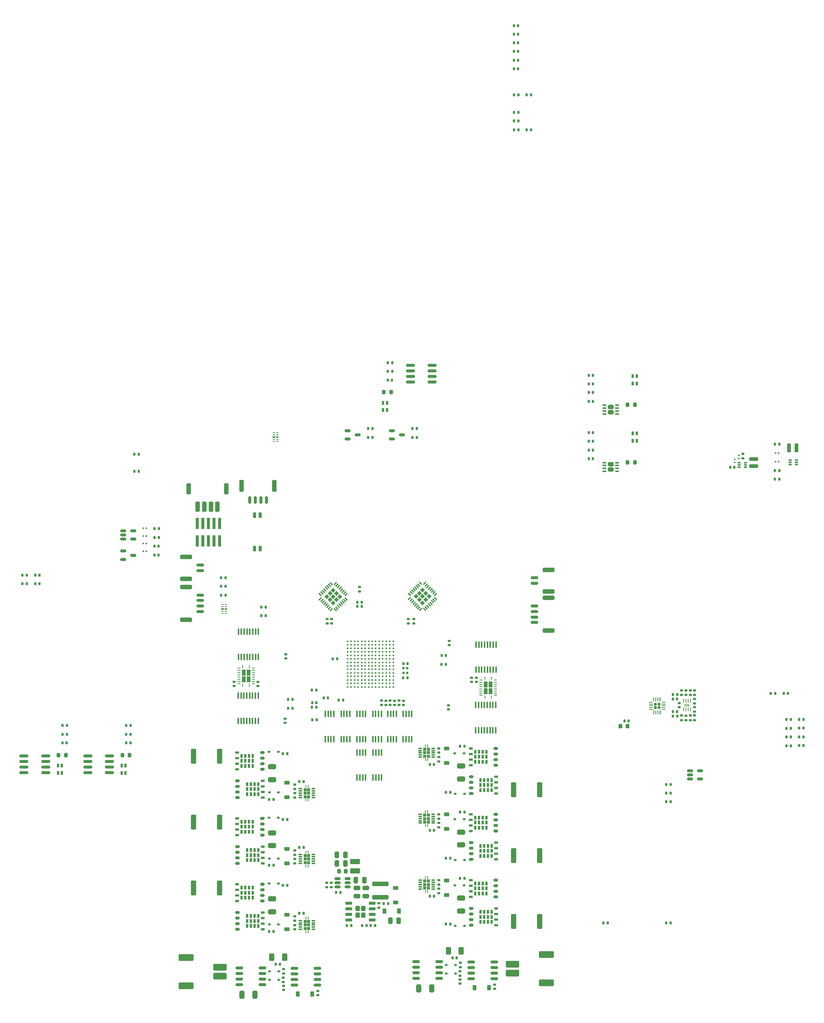
<source format=gbr>
%TF.GenerationSoftware,KiCad,Pcbnew,9.0.2-9-g92f6307ebb*%
%TF.CreationDate,2025-06-20T01:42:08+08:00*%
%TF.ProjectId,HPM5E31_ECatDualFOC,48504d35-4533-4315-9f45-436174447561,rev?*%
%TF.SameCoordinates,Original*%
%TF.FileFunction,Paste,Top*%
%TF.FilePolarity,Positive*%
%FSLAX46Y46*%
G04 Gerber Fmt 4.6, Leading zero omitted, Abs format (unit mm)*
G04 Created by KiCad (PCBNEW 9.0.2-9-g92f6307ebb) date 2025-06-20 01:42:08*
%MOMM*%
%LPD*%
G01*
G04 APERTURE LIST*
G04 Aperture macros list*
%AMRoundRect*
0 Rectangle with rounded corners*
0 $1 Rounding radius*
0 $2 $3 $4 $5 $6 $7 $8 $9 X,Y pos of 4 corners*
0 Add a 4 corners polygon primitive as box body*
4,1,4,$2,$3,$4,$5,$6,$7,$8,$9,$2,$3,0*
0 Add four circle primitives for the rounded corners*
1,1,$1+$1,$2,$3*
1,1,$1+$1,$4,$5*
1,1,$1+$1,$6,$7*
1,1,$1+$1,$8,$9*
0 Add four rect primitives between the rounded corners*
20,1,$1+$1,$2,$3,$4,$5,0*
20,1,$1+$1,$4,$5,$6,$7,0*
20,1,$1+$1,$6,$7,$8,$9,0*
20,1,$1+$1,$8,$9,$2,$3,0*%
G04 Aperture macros list end*
%ADD10RoundRect,0.135000X0.185000X-0.135000X0.185000X0.135000X-0.185000X0.135000X-0.185000X-0.135000X0*%
%ADD11RoundRect,0.100000X0.100000X-0.637500X0.100000X0.637500X-0.100000X0.637500X-0.100000X-0.637500X0*%
%ADD12RoundRect,0.112500X0.187500X0.112500X-0.187500X0.112500X-0.187500X-0.112500X0.187500X-0.112500X0*%
%ADD13RoundRect,0.140000X-0.140000X-0.170000X0.140000X-0.170000X0.140000X0.170000X-0.140000X0.170000X0*%
%ADD14RoundRect,0.150000X-0.512500X-0.150000X0.512500X-0.150000X0.512500X0.150000X-0.512500X0.150000X0*%
%ADD15R,0.640000X0.640000*%
%ADD16RoundRect,0.070000X-0.355000X-0.070000X0.355000X-0.070000X0.355000X0.070000X-0.355000X0.070000X0*%
%ADD17R,0.280000X0.700000*%
%ADD18RoundRect,0.140000X0.170000X-0.140000X0.170000X0.140000X-0.170000X0.140000X-0.170000X-0.140000X0*%
%ADD19RoundRect,0.250000X0.650000X-0.325000X0.650000X0.325000X-0.650000X0.325000X-0.650000X-0.325000X0*%
%ADD20RoundRect,0.135000X-0.185000X0.135000X-0.185000X-0.135000X0.185000X-0.135000X0.185000X0.135000X0*%
%ADD21RoundRect,0.225000X1.275000X-0.525000X1.275000X0.525000X-1.275000X0.525000X-1.275000X-0.525000X0*%
%ADD22RoundRect,0.225000X1.475000X-0.525000X1.475000X0.525000X-1.475000X0.525000X-1.475000X-0.525000X0*%
%ADD23RoundRect,0.135000X-0.135000X-0.185000X0.135000X-0.185000X0.135000X0.185000X-0.135000X0.185000X0*%
%ADD24RoundRect,0.250000X0.250000X0.475000X-0.250000X0.475000X-0.250000X-0.475000X0.250000X-0.475000X0*%
%ADD25RoundRect,0.140000X0.140000X0.170000X-0.140000X0.170000X-0.140000X-0.170000X0.140000X-0.170000X0*%
%ADD26RoundRect,0.250000X-0.475000X0.250000X-0.475000X-0.250000X0.475000X-0.250000X0.475000X0.250000X0*%
%ADD27RoundRect,0.135000X0.135000X0.185000X-0.135000X0.185000X-0.135000X-0.185000X0.135000X-0.185000X0*%
%ADD28RoundRect,0.250000X0.250000X0.900000X-0.250000X0.900000X-0.250000X-0.900000X0.250000X-0.900000X0*%
%ADD29RoundRect,0.250000X0.250000X1.000000X-0.250000X1.000000X-0.250000X-1.000000X0.250000X-1.000000X0*%
%ADD30RoundRect,0.185000X-0.185000X1.115000X-0.185000X-1.115000X0.185000X-1.115000X0.185000X1.115000X0*%
%ADD31RoundRect,0.140000X-0.170000X0.140000X-0.170000X-0.140000X0.170000X-0.140000X0.170000X0.140000X0*%
%ADD32RoundRect,0.079500X-0.079500X-0.100500X0.079500X-0.100500X0.079500X0.100500X-0.079500X0.100500X0*%
%ADD33RoundRect,0.225000X0.375000X-0.225000X0.375000X0.225000X-0.375000X0.225000X-0.375000X-0.225000X0*%
%ADD34RoundRect,0.150000X-0.825000X-0.150000X0.825000X-0.150000X0.825000X0.150000X-0.825000X0.150000X0*%
%ADD35RoundRect,0.250000X0.850000X-0.375000X0.850000X0.375000X-0.850000X0.375000X-0.850000X-0.375000X0*%
%ADD36RoundRect,0.250000X-0.250000X-0.475000X0.250000X-0.475000X0.250000X0.475000X-0.250000X0.475000X0*%
%ADD37R,0.600000X0.900000*%
%ADD38R,0.900000X0.600000*%
%ADD39RoundRect,0.150000X0.375000X-0.150000X0.375000X0.150000X-0.375000X0.150000X-0.375000X-0.150000X0*%
%ADD40RoundRect,0.250000X-0.650000X0.325000X-0.650000X-0.325000X0.650000X-0.325000X0.650000X0.325000X0*%
%ADD41R,0.625000X0.250000*%
%ADD42R,0.700000X0.450000*%
%ADD43R,0.575000X0.450000*%
%ADD44RoundRect,0.150000X0.150000X0.700000X-0.150000X0.700000X-0.150000X-0.700000X0.150000X-0.700000X0*%
%ADD45RoundRect,0.250000X0.250000X1.100000X-0.250000X1.100000X-0.250000X-1.100000X0.250000X-1.100000X0*%
%ADD46RoundRect,0.150000X-0.375000X0.150000X-0.375000X-0.150000X0.375000X-0.150000X0.375000X0.150000X0*%
%ADD47RoundRect,0.225000X-1.275000X0.525000X-1.275000X-0.525000X1.275000X-0.525000X1.275000X0.525000X0*%
%ADD48RoundRect,0.225000X-1.475000X0.525000X-1.475000X-0.525000X1.475000X-0.525000X1.475000X0.525000X0*%
%ADD49RoundRect,0.070000X0.355000X0.070000X-0.355000X0.070000X-0.355000X-0.070000X0.355000X-0.070000X0*%
%ADD50RoundRect,0.112500X-0.187500X-0.112500X0.187500X-0.112500X0.187500X0.112500X-0.187500X0.112500X0*%
%ADD51RoundRect,0.207500X-0.293449X0.000000X0.000000X-0.293449X0.293449X0.000000X0.000000X0.293449X0*%
%ADD52RoundRect,0.062500X-0.309359X0.220971X0.220971X-0.309359X0.309359X-0.220971X-0.220971X0.309359X0*%
%ADD53RoundRect,0.062500X-0.309359X-0.220971X-0.220971X-0.309359X0.309359X0.220971X0.220971X0.309359X0*%
%ADD54RoundRect,0.225000X0.225000X0.250000X-0.225000X0.250000X-0.225000X-0.250000X0.225000X-0.250000X0*%
%ADD55RoundRect,0.242500X-0.402500X-0.242500X0.402500X-0.242500X0.402500X0.242500X-0.402500X0.242500X0*%
%ADD56RoundRect,0.075000X-0.362500X-0.075000X0.362500X-0.075000X0.362500X0.075000X-0.362500X0.075000X0*%
%ADD57RoundRect,0.150000X0.675000X0.150000X-0.675000X0.150000X-0.675000X-0.150000X0.675000X-0.150000X0*%
%ADD58RoundRect,0.079500X-0.100500X0.079500X-0.100500X-0.079500X0.100500X-0.079500X0.100500X0.079500X0*%
%ADD59RoundRect,0.212500X0.787500X-0.212500X0.787500X0.212500X-0.787500X0.212500X-0.787500X-0.212500X0*%
%ADD60RoundRect,0.250000X0.362500X1.425000X-0.362500X1.425000X-0.362500X-1.425000X0.362500X-1.425000X0*%
%ADD61RoundRect,0.025500X-0.229500X-0.354500X0.229500X-0.354500X0.229500X0.354500X-0.229500X0.354500X0*%
%ADD62RoundRect,0.087500X-0.250000X-0.087500X0.250000X-0.087500X0.250000X0.087500X-0.250000X0.087500X0*%
%ADD63RoundRect,0.200000X-0.200000X-0.275000X0.200000X-0.275000X0.200000X0.275000X-0.200000X0.275000X0*%
%ADD64RoundRect,0.225000X-0.225000X-0.375000X0.225000X-0.375000X0.225000X0.375000X-0.225000X0.375000X0*%
%ADD65RoundRect,0.225000X-0.375000X0.225000X-0.375000X-0.225000X0.375000X-0.225000X0.375000X0.225000X0*%
%ADD66RoundRect,0.212500X-0.212500X-0.787500X0.212500X-0.787500X0.212500X0.787500X-0.212500X0.787500X0*%
%ADD67RoundRect,0.079500X0.100500X-0.079500X0.100500X0.079500X-0.100500X0.079500X-0.100500X-0.079500X0*%
%ADD68R,0.920000X1.330000*%
%ADD69RoundRect,0.050000X-0.070000X0.250000X-0.070000X-0.250000X0.070000X-0.250000X0.070000X0.250000X0*%
%ADD70RoundRect,0.050000X0.250000X0.070000X-0.250000X0.070000X-0.250000X-0.070000X0.250000X-0.070000X0*%
%ADD71RoundRect,0.100000X-0.100000X0.637500X-0.100000X-0.637500X0.100000X-0.637500X0.100000X0.637500X0*%
%ADD72RoundRect,0.250000X0.312500X0.625000X-0.312500X0.625000X-0.312500X-0.625000X0.312500X-0.625000X0*%
%ADD73RoundRect,0.167500X-0.167500X-0.167500X0.167500X-0.167500X0.167500X0.167500X-0.167500X0.167500X0*%
%ADD74RoundRect,0.050000X-0.375000X-0.050000X0.375000X-0.050000X0.375000X0.050000X-0.375000X0.050000X0*%
%ADD75RoundRect,0.050000X-0.050000X-0.375000X0.050000X-0.375000X0.050000X0.375000X-0.050000X0.375000X0*%
%ADD76RoundRect,0.250000X-0.362500X-1.425000X0.362500X-1.425000X0.362500X1.425000X-0.362500X1.425000X0*%
%ADD77R,0.500000X0.600000*%
%ADD78RoundRect,0.225000X0.225000X0.375000X-0.225000X0.375000X-0.225000X-0.375000X0.225000X-0.375000X0*%
%ADD79RoundRect,0.147500X-0.147500X-0.172500X0.147500X-0.172500X0.147500X0.172500X-0.147500X0.172500X0*%
%ADD80RoundRect,0.150000X-0.700000X0.150000X-0.700000X-0.150000X0.700000X-0.150000X0.700000X0.150000X0*%
%ADD81RoundRect,0.250000X-1.100000X0.250000X-1.100000X-0.250000X1.100000X-0.250000X1.100000X0.250000X0*%
%ADD82RoundRect,0.242500X-0.242500X-0.382500X0.242500X-0.382500X0.242500X0.382500X-0.242500X0.382500X0*%
%ADD83RoundRect,0.150000X-0.650000X-0.150000X0.650000X-0.150000X0.650000X0.150000X-0.650000X0.150000X0*%
%ADD84RoundRect,0.150000X0.700000X-0.150000X0.700000X0.150000X-0.700000X0.150000X-0.700000X-0.150000X0*%
%ADD85RoundRect,0.250000X1.100000X-0.250000X1.100000X0.250000X-1.100000X0.250000X-1.100000X-0.250000X0*%
%ADD86RoundRect,0.190000X0.190000X-0.445000X0.190000X0.445000X-0.190000X0.445000X-0.190000X-0.445000X0*%
%ADD87RoundRect,0.250000X0.325000X0.650000X-0.325000X0.650000X-0.325000X-0.650000X0.325000X-0.650000X0*%
%ADD88RoundRect,0.060000X0.180000X-0.060000X0.180000X0.060000X-0.180000X0.060000X-0.180000X-0.060000X0*%
%ADD89RoundRect,0.062500X0.062500X-0.325000X0.062500X0.325000X-0.062500X0.325000X-0.062500X-0.325000X0*%
%ADD90RoundRect,0.250000X1.600000X-0.300000X1.600000X0.300000X-1.600000X0.300000X-1.600000X-0.300000X0*%
%ADD91C,0.400000*%
%ADD92RoundRect,0.050000X0.070000X-0.250000X0.070000X0.250000X-0.070000X0.250000X-0.070000X-0.250000X0*%
%ADD93RoundRect,0.050000X-0.250000X-0.070000X0.250000X-0.070000X0.250000X0.070000X-0.250000X0.070000X0*%
G04 APERTURE END LIST*
D10*
%TO.C,R76*%
X175860000Y-117320000D03*
X175860000Y-116300000D03*
%TD*%
D11*
%TO.C,U22*%
X102045000Y-121662500D03*
X102695000Y-121662500D03*
X103345000Y-121662500D03*
X103995000Y-121662500D03*
X103995000Y-115937500D03*
X103345000Y-115937500D03*
X102695000Y-115937500D03*
X102045000Y-115937500D03*
%TD*%
D12*
%TO.C,D25*%
X124475000Y-174980000D03*
X122375000Y-174980000D03*
%TD*%
D13*
%TO.C,C139*%
X154767500Y-42800000D03*
X155727500Y-42800000D03*
%TD*%
D14*
%TO.C,U8*%
X48862500Y-78875000D03*
X48862500Y-80775000D03*
X51137500Y-79825000D03*
%TD*%
D13*
%TO.C,C59*%
X91820000Y-110500000D03*
X92780000Y-110500000D03*
%TD*%
D15*
%TO.C,U17*%
X90237930Y-133166355D03*
X90237930Y-133966355D03*
X90237930Y-134766355D03*
X91062930Y-133166355D03*
X91062930Y-133966355D03*
X91062930Y-134766355D03*
D16*
X89175430Y-132966355D03*
X89175430Y-133466355D03*
X89175430Y-133966355D03*
X89175430Y-134466355D03*
X89175430Y-134966355D03*
X92125430Y-134966355D03*
X92125430Y-134466355D03*
X92125430Y-133966355D03*
X92125430Y-133466355D03*
X92125430Y-132966355D03*
D17*
X90400430Y-132416355D03*
X90400430Y-135516355D03*
X90900430Y-132416355D03*
X90900430Y-135516355D03*
%TD*%
D18*
%TO.C,C52*%
X120620435Y-124759066D03*
X120620435Y-123799066D03*
%TD*%
D13*
%TO.C,C72*%
X88940430Y-146316355D03*
X89900430Y-146316355D03*
%TD*%
D19*
%TO.C,C68*%
X82750430Y-130926355D03*
X82750430Y-127976355D03*
%TD*%
D20*
%TO.C,R33*%
X120620435Y-155706355D03*
X120620435Y-156726355D03*
%TD*%
D21*
%TO.C,U26*%
X137450000Y-174900000D03*
X137450000Y-172900000D03*
D22*
X145150000Y-170700000D03*
X145150000Y-177100000D03*
%TD*%
D23*
%TO.C,R5*%
X71090000Y-84900000D03*
X72110000Y-84900000D03*
%TD*%
%TO.C,R22*%
X25920000Y-86330000D03*
X26940000Y-86330000D03*
%TD*%
D10*
%TO.C,R36*%
X107600000Y-113910000D03*
X107600000Y-112890000D03*
%TD*%
D24*
%TO.C,C47*%
X111537500Y-162975000D03*
X109637500Y-162975000D03*
%TD*%
D13*
%TO.C,C135*%
X49570000Y-122555000D03*
X50530000Y-122555000D03*
%TD*%
D25*
%TO.C,C60*%
X119580435Y-157416355D03*
X118620435Y-157416355D03*
%TD*%
D26*
%TO.C,C32*%
X102037500Y-155525000D03*
X102037500Y-157425000D03*
%TD*%
D27*
%TO.C,R92*%
X122297500Y-104628400D03*
X121277500Y-104628400D03*
%TD*%
D13*
%TO.C,C70*%
X202640000Y-117200000D03*
X203600000Y-117200000D03*
%TD*%
D28*
%TO.C,J2*%
X70300000Y-68725000D03*
X68800000Y-68725000D03*
X67300000Y-68725000D03*
X65800000Y-68725000D03*
D29*
X72300000Y-64725000D03*
X63800000Y-64725000D03*
%TD*%
D30*
%TO.C,J3*%
X65700000Y-76550000D03*
X65700000Y-72550000D03*
X66970000Y-76550000D03*
X66970000Y-72550000D03*
X68240000Y-76550000D03*
X68240000Y-72550000D03*
X69510000Y-76550000D03*
X69510000Y-72550000D03*
X70780000Y-76550000D03*
X70780000Y-72550000D03*
%TD*%
D31*
%TO.C,C79*%
X87900430Y-163973644D03*
X87900430Y-164933644D03*
%TD*%
D32*
%TO.C,C44*%
X53455000Y-77175000D03*
X54145000Y-77175000D03*
%TD*%
D10*
%TO.C,R104*%
X102650000Y-88060000D03*
X102650000Y-87040000D03*
%TD*%
D24*
%TO.C,C37*%
X99387500Y-149975000D03*
X97487500Y-149975000D03*
%TD*%
D13*
%TO.C,C80*%
X202640000Y-121140000D03*
X203600000Y-121140000D03*
%TD*%
D33*
%TO.C,D4*%
X110837500Y-158825000D03*
X110837500Y-155525000D03*
%TD*%
D20*
%TO.C,R59*%
X125500000Y-174470000D03*
X125500000Y-175490000D03*
%TD*%
D34*
%TO.C,U43*%
X26275000Y-125500000D03*
X26275000Y-126770000D03*
X26275000Y-128040000D03*
X26275000Y-129310000D03*
X31225000Y-129310000D03*
X31225000Y-128040000D03*
X31225000Y-126770000D03*
X31225000Y-125500000D03*
%TD*%
D20*
%TO.C,R68*%
X178860000Y-112510000D03*
X178860000Y-113530000D03*
%TD*%
D10*
%TO.C,R74*%
X176860000Y-111610000D03*
X176860000Y-110590000D03*
%TD*%
D35*
%TO.C,L3*%
X101637500Y-151650000D03*
X101637500Y-149500000D03*
%TD*%
D20*
%TO.C,R62*%
X85300000Y-175910000D03*
X85300000Y-176930000D03*
%TD*%
D11*
%TO.C,U23*%
X102050000Y-130425000D03*
X102700000Y-130425000D03*
X103350000Y-130425000D03*
X104000000Y-130425000D03*
X104000000Y-124700000D03*
X103350000Y-124700000D03*
X102700000Y-124700000D03*
X102050000Y-124700000D03*
%TD*%
D20*
%TO.C,R69*%
X177860000Y-116300000D03*
X177860000Y-117320000D03*
%TD*%
D13*
%TO.C,C126*%
X137770000Y36800000D03*
X138730000Y36800000D03*
%TD*%
D36*
%TO.C,C35*%
X101787500Y-153775000D03*
X103687500Y-153775000D03*
%TD*%
D37*
%TO.C,Q4*%
X130170435Y-145966355D03*
X130170435Y-147116355D03*
X130170435Y-148266355D03*
X131020435Y-145966355D03*
X131020435Y-147116355D03*
X131020435Y-148266355D03*
X131870435Y-145966355D03*
X131870435Y-147116355D03*
X131870435Y-148266355D03*
X132720435Y-145966355D03*
X132720435Y-147116355D03*
X132720435Y-148266355D03*
D38*
X133720435Y-145211355D03*
X133720435Y-146481355D03*
X133720435Y-147751355D03*
X133720435Y-149021355D03*
D39*
X127995435Y-149021355D03*
X127995435Y-145211355D03*
X127995435Y-146481355D03*
X127995435Y-147751355D03*
%TD*%
D27*
%TO.C,R11*%
X106157500Y-164125000D03*
X105137500Y-164125000D03*
%TD*%
D13*
%TO.C,C137*%
X154767500Y-38860000D03*
X155727500Y-38860000D03*
%TD*%
%TO.C,C81*%
X51420000Y-60750000D03*
X52380000Y-60750000D03*
%TD*%
D40*
%TO.C,C51*%
X125770435Y-127806355D03*
X125770435Y-130756355D03*
%TD*%
D41*
%TO.C,D2*%
X71450000Y-91050000D03*
X71450000Y-91550000D03*
D42*
X71487500Y-92050000D03*
D41*
X71450000Y-92550000D03*
X71450000Y-93050000D03*
X72225000Y-93050000D03*
X72225000Y-92550000D03*
D43*
X72250000Y-92050000D03*
D41*
X72225000Y-91550000D03*
X72225000Y-91050000D03*
%TD*%
D44*
%TO.C,J15*%
X81425000Y-67250000D03*
X80175000Y-67250000D03*
X78925000Y-67250000D03*
X77675000Y-67250000D03*
D45*
X83275000Y-64050000D03*
X75825000Y-64050000D03*
%TD*%
D37*
%TO.C,Q12*%
X78350430Y-157766355D03*
X78350430Y-156616355D03*
X78350430Y-155466355D03*
X77500430Y-157766355D03*
X77500430Y-156616355D03*
X77500430Y-155466355D03*
X76650430Y-157766355D03*
X76650430Y-156616355D03*
X76650430Y-155466355D03*
X75800430Y-157766355D03*
X75800430Y-156616355D03*
X75800430Y-155466355D03*
D38*
X74800430Y-158521355D03*
X74800430Y-157251355D03*
X74800430Y-155981355D03*
X74800430Y-154711355D03*
D46*
X80525430Y-154711355D03*
X80525430Y-158521355D03*
X80525430Y-157251355D03*
X80525430Y-155981355D03*
%TD*%
D13*
%TO.C,C76*%
X51420000Y-56810000D03*
X52380000Y-56810000D03*
%TD*%
D47*
%TO.C,U29*%
X70900000Y-173600000D03*
X70900000Y-175600000D03*
D48*
X63200000Y-177800000D03*
X63200000Y-171400000D03*
%TD*%
D27*
%TO.C,R47*%
X83070430Y-150416355D03*
X82050430Y-150416355D03*
%TD*%
D15*
%TO.C,U14*%
X118282935Y-155566355D03*
X118282935Y-154766355D03*
X118282935Y-153966355D03*
X117457935Y-155566355D03*
X117457935Y-154766355D03*
X117457935Y-153966355D03*
D49*
X119345435Y-155766355D03*
X119345435Y-155266355D03*
X119345435Y-154766355D03*
X119345435Y-154266355D03*
X119345435Y-153766355D03*
X116395435Y-153766355D03*
X116395435Y-154266355D03*
X116395435Y-154766355D03*
X116395435Y-155266355D03*
X116395435Y-155766355D03*
D17*
X118120435Y-156316355D03*
X118120435Y-153216355D03*
X117620435Y-156316355D03*
X117620435Y-153216355D03*
%TD*%
D13*
%TO.C,C136*%
X35070000Y-122555000D03*
X36030000Y-122555000D03*
%TD*%
%TO.C,C83*%
X91900000Y-117300000D03*
X92860000Y-117300000D03*
%TD*%
%TO.C,C48*%
X28840000Y-84330000D03*
X29800000Y-84330000D03*
%TD*%
%TO.C,C124*%
X137770000Y40740000D03*
X138730000Y40740000D03*
%TD*%
D20*
%TO.C,R63*%
X85350000Y-173980000D03*
X85350000Y-175000000D03*
%TD*%
D37*
%TO.C,Q9*%
X77050430Y-146916355D03*
X77050430Y-148066355D03*
X77050430Y-149216355D03*
X77900430Y-146916355D03*
X77900430Y-148066355D03*
X77900430Y-149216355D03*
X78750430Y-146916355D03*
X78750430Y-148066355D03*
X78750430Y-149216355D03*
X79600430Y-146916355D03*
X79600430Y-148066355D03*
X79600430Y-149216355D03*
D38*
X80600430Y-146161355D03*
X80600430Y-147431355D03*
X80600430Y-148701355D03*
X80600430Y-149971355D03*
D39*
X74875430Y-149971355D03*
X74875430Y-146161355D03*
X74875430Y-147431355D03*
X74875430Y-148701355D03*
%TD*%
D23*
%TO.C,R8*%
X71090000Y-88880000D03*
X72110000Y-88880000D03*
%TD*%
D40*
%TO.C,C56*%
X125770435Y-142806355D03*
X125770435Y-145756355D03*
%TD*%
D23*
%TO.C,R7*%
X71090000Y-86890000D03*
X72110000Y-86890000D03*
%TD*%
D31*
%TO.C,C53*%
X110600000Y-112920000D03*
X110600000Y-113880000D03*
%TD*%
D27*
%TO.C,R45*%
X86224000Y-124973644D03*
X85204000Y-124973644D03*
%TD*%
D50*
%TO.C,D14*%
X124370435Y-164166355D03*
X126470435Y-164166355D03*
%TD*%
D51*
%TO.C,U40*%
X116963864Y-87736720D03*
X116235544Y-88465040D03*
X115507224Y-89193360D03*
X117692184Y-88465040D03*
X116963864Y-89193360D03*
X116235544Y-89921680D03*
X118420504Y-89193360D03*
X117692184Y-89921680D03*
X116963864Y-90650000D03*
D52*
X116477728Y-86232350D03*
X116124175Y-86585904D03*
X115770621Y-86939457D03*
X115417068Y-87293011D03*
X115063515Y-87646564D03*
X114709961Y-88000117D03*
X114356408Y-88353671D03*
X114002854Y-88707224D03*
D53*
X114002854Y-89679496D03*
X114356408Y-90033049D03*
X114709961Y-90386603D03*
X115063515Y-90740156D03*
X115417068Y-91093709D03*
X115770621Y-91447263D03*
X116124175Y-91800816D03*
X116477728Y-92154370D03*
D52*
X117450000Y-92154370D03*
X117803553Y-91800816D03*
X118157107Y-91447263D03*
X118510660Y-91093709D03*
X118864213Y-90740156D03*
X119217767Y-90386603D03*
X119571320Y-90033049D03*
X119924874Y-89679496D03*
D53*
X119924874Y-88707224D03*
X119571320Y-88353671D03*
X119217767Y-88000117D03*
X118864213Y-87646564D03*
X118510660Y-87293011D03*
X118157107Y-86939457D03*
X117803553Y-86585904D03*
X117450000Y-86232350D03*
%TD*%
D11*
%TO.C,U13*%
X112550000Y-121662500D03*
X113200000Y-121662500D03*
X113850000Y-121662500D03*
X114500000Y-121662500D03*
X114500000Y-115937500D03*
X113850000Y-115937500D03*
X113200000Y-115937500D03*
X112550000Y-115937500D03*
%TD*%
D13*
%TO.C,C42*%
X55980000Y-77765000D03*
X56940000Y-77765000D03*
%TD*%
%TO.C,C125*%
X137770000Y38770000D03*
X138730000Y38770000D03*
%TD*%
D12*
%TO.C,D29*%
X84275000Y-174490000D03*
X82175000Y-174490000D03*
%TD*%
D19*
%TO.C,C73*%
X82750430Y-145926355D03*
X82750430Y-142976355D03*
%TD*%
D13*
%TO.C,C49*%
X28840000Y-86300000D03*
X29800000Y-86300000D03*
%TD*%
D12*
%TO.C,D15*%
X84200430Y-133816355D03*
X82100430Y-133816355D03*
%TD*%
D54*
%TO.C,C88*%
X163560000Y-118710000D03*
X162010000Y-118710000D03*
%TD*%
D55*
%TO.C,U45*%
X159762500Y-59125000D03*
X159762500Y-60325000D03*
D56*
X158325000Y-58750000D03*
X158325000Y-59400000D03*
X158325000Y-60050000D03*
X158325000Y-60700000D03*
X161200000Y-60700000D03*
X161200000Y-60050000D03*
X161200000Y-59400000D03*
X161200000Y-58750000D03*
%TD*%
D18*
%TO.C,C105*%
X79500000Y-109560000D03*
X79500000Y-108600000D03*
%TD*%
D13*
%TO.C,C143*%
X154767500Y-55860000D03*
X155727500Y-55860000D03*
%TD*%
D57*
%TO.C,Q13*%
X120700000Y-176150000D03*
X120700000Y-174880000D03*
X120700000Y-173610000D03*
X120700000Y-172340000D03*
X115450000Y-172340000D03*
X115450000Y-173610000D03*
X115450000Y-174880000D03*
X115450000Y-176150000D03*
%TD*%
D23*
%TO.C,R38*%
X196200000Y-111300000D03*
X197220000Y-111300000D03*
%TD*%
D15*
%TO.C,U21*%
X90237930Y-163166355D03*
X90237930Y-163966355D03*
X90237930Y-164766355D03*
X91062930Y-163166355D03*
X91062930Y-163966355D03*
X91062930Y-164766355D03*
D16*
X89175430Y-162966355D03*
X89175430Y-163466355D03*
X89175430Y-163966355D03*
X89175430Y-164466355D03*
X89175430Y-164966355D03*
X92125430Y-164966355D03*
X92125430Y-164466355D03*
X92125430Y-163966355D03*
X92125430Y-163466355D03*
X92125430Y-162966355D03*
D17*
X90400430Y-162416355D03*
X90400430Y-165516355D03*
X90900430Y-162416355D03*
X90900430Y-165516355D03*
%TD*%
D25*
%TO.C,C46*%
X109117500Y-159075000D03*
X108157500Y-159075000D03*
%TD*%
D31*
%TO.C,C107*%
X128137500Y-107698400D03*
X128137500Y-108658400D03*
%TD*%
D11*
%TO.C,U16*%
X105700000Y-130425000D03*
X106350000Y-130425000D03*
X107000000Y-130425000D03*
X107650000Y-130425000D03*
X107650000Y-124700000D03*
X107000000Y-124700000D03*
X106350000Y-124700000D03*
X105700000Y-124700000D03*
%TD*%
D23*
%TO.C,R29*%
X125450435Y-138316355D03*
X126470435Y-138316355D03*
%TD*%
D13*
%TO.C,C54*%
X91840000Y-113400000D03*
X92800000Y-113400000D03*
%TD*%
D23*
%TO.C,R37*%
X122296865Y-163759066D03*
X123316865Y-163759066D03*
%TD*%
%TO.C,R24*%
X125450435Y-123316355D03*
X126470435Y-123316355D03*
%TD*%
D58*
%TO.C,R20*%
X188000000Y-58035000D03*
X188000000Y-58725000D03*
%TD*%
D15*
%TO.C,U10*%
X118282935Y-125566355D03*
X118282935Y-124766355D03*
X118282935Y-123966355D03*
X117457935Y-125566355D03*
X117457935Y-124766355D03*
X117457935Y-123966355D03*
D49*
X119345435Y-125766355D03*
X119345435Y-125266355D03*
X119345435Y-124766355D03*
X119345435Y-124266355D03*
X119345435Y-123766355D03*
X116395435Y-123766355D03*
X116395435Y-124266355D03*
X116395435Y-124766355D03*
X116395435Y-125266355D03*
X116395435Y-125766355D03*
D17*
X118120435Y-126316355D03*
X118120435Y-123216355D03*
X117620435Y-126316355D03*
X117620435Y-123216355D03*
%TD*%
D59*
%TO.C,L4*%
X192287500Y-59560000D03*
X192287500Y-57910000D03*
%TD*%
D31*
%TO.C,C58*%
X112600000Y-112920000D03*
X112600000Y-113880000D03*
%TD*%
D13*
%TO.C,C67*%
X88940430Y-131316355D03*
X89900430Y-131316355D03*
%TD*%
D60*
%TO.C,R43*%
X70812930Y-125566355D03*
X64887930Y-125566355D03*
%TD*%
D20*
%TO.C,R73*%
X176860000Y-116310000D03*
X176860000Y-117330000D03*
%TD*%
D18*
%TO.C,C57*%
X120620435Y-139759066D03*
X120620435Y-138799066D03*
%TD*%
D61*
%TO.C,L6*%
X48505000Y-127720000D03*
X48505000Y-129390000D03*
X49375000Y-129390000D03*
X49375000Y-127720000D03*
%TD*%
D32*
%TO.C,C45*%
X53455000Y-78925000D03*
X54145000Y-78925000D03*
%TD*%
D10*
%TO.C,R67*%
X178860000Y-115420000D03*
X178860000Y-114400000D03*
%TD*%
D62*
%TO.C,U6*%
X188975000Y-58810000D03*
X188975000Y-59310000D03*
X188975000Y-59810000D03*
X190400000Y-59810000D03*
X190400000Y-59310000D03*
X190400000Y-58810000D03*
%TD*%
D13*
%TO.C,C96*%
X83584100Y-172897600D03*
X84544100Y-172897600D03*
%TD*%
%TO.C,C30*%
X197132500Y-60520000D03*
X198092500Y-60520000D03*
%TD*%
D37*
%TO.C,Q6*%
X130170435Y-160966355D03*
X130170435Y-162116355D03*
X130170435Y-163266355D03*
X131020435Y-160966355D03*
X131020435Y-162116355D03*
X131020435Y-163266355D03*
X131870435Y-160966355D03*
X131870435Y-162116355D03*
X131870435Y-163266355D03*
X132720435Y-160966355D03*
X132720435Y-162116355D03*
X132720435Y-163266355D03*
D38*
X133720435Y-160211355D03*
X133720435Y-161481355D03*
X133720435Y-162751355D03*
X133720435Y-164021355D03*
D39*
X127995435Y-164021355D03*
X127995435Y-160211355D03*
X127995435Y-161481355D03*
X127995435Y-162751355D03*
%TD*%
D27*
%TO.C,R50*%
X86224000Y-139973644D03*
X85204000Y-139973644D03*
%TD*%
D15*
%TO.C,U19*%
X90237930Y-148166355D03*
X90237930Y-148966355D03*
X90237930Y-149766355D03*
X91062930Y-148166355D03*
X91062930Y-148966355D03*
X91062930Y-149766355D03*
D16*
X89175430Y-147966355D03*
X89175430Y-148466355D03*
X89175430Y-148966355D03*
X89175430Y-149466355D03*
X89175430Y-149966355D03*
X92125430Y-149966355D03*
X92125430Y-149466355D03*
X92125430Y-148966355D03*
X92125430Y-148466355D03*
X92125430Y-147966355D03*
D17*
X90400430Y-147416355D03*
X90400430Y-150516355D03*
X90900430Y-147416355D03*
X90900430Y-150516355D03*
%TD*%
D13*
%TO.C,C121*%
X112570000Y-107700000D03*
X113530000Y-107700000D03*
%TD*%
%TO.C,C77*%
X88940430Y-161316355D03*
X89900430Y-161316355D03*
%TD*%
D23*
%TO.C,R125*%
X35060000Y-120575000D03*
X36080000Y-120575000D03*
%TD*%
%TO.C,R107*%
X137760000Y20990000D03*
X138780000Y20990000D03*
%TD*%
D63*
%TO.C,R121*%
X48655000Y-125305000D03*
X50305000Y-125305000D03*
%TD*%
D64*
%TO.C,D24*%
X128800000Y-178250000D03*
X132100000Y-178250000D03*
%TD*%
D55*
%TO.C,U44*%
X159762500Y-46065000D03*
X159762500Y-47265000D03*
D56*
X158325000Y-45690000D03*
X158325000Y-46340000D03*
X158325000Y-46990000D03*
X158325000Y-47640000D03*
X161200000Y-47640000D03*
X161200000Y-46990000D03*
X161200000Y-46340000D03*
X161200000Y-45690000D03*
%TD*%
D33*
%TO.C,D7*%
X122420435Y-127116355D03*
X122420435Y-123816355D03*
%TD*%
D25*
%TO.C,C50*%
X119580435Y-127416355D03*
X118620435Y-127416355D03*
%TD*%
D20*
%TO.C,R23*%
X120620435Y-125706355D03*
X120620435Y-126726355D03*
%TD*%
D13*
%TO.C,C93*%
X172430000Y-132005000D03*
X173390000Y-132005000D03*
%TD*%
D23*
%TO.C,R49*%
X199720000Y-119200000D03*
X200740000Y-119200000D03*
%TD*%
D10*
%TO.C,R66*%
X178860000Y-111620000D03*
X178860000Y-110600000D03*
%TD*%
D23*
%TO.C,R122*%
X49560000Y-120575000D03*
X50580000Y-120575000D03*
%TD*%
D13*
%TO.C,C66*%
X94500000Y-112300000D03*
X95460000Y-112300000D03*
%TD*%
D10*
%TO.C,R17*%
X95187500Y-155385000D03*
X95187500Y-154365000D03*
%TD*%
D57*
%TO.C,U25*%
X133250000Y-176220000D03*
X133250000Y-174950000D03*
X133250000Y-173680000D03*
X133250000Y-172410000D03*
X128000000Y-172410000D03*
X128000000Y-173680000D03*
X128000000Y-174950000D03*
X128000000Y-176220000D03*
%TD*%
D60*
%TO.C,R48*%
X70812930Y-140566355D03*
X64887930Y-140566355D03*
%TD*%
D23*
%TO.C,R44*%
X199720000Y-117210000D03*
X200740000Y-117210000D03*
%TD*%
D10*
%TO.C,R46*%
X87900430Y-148026355D03*
X87900430Y-147006355D03*
%TD*%
D37*
%TO.C,Q2*%
X130170435Y-130966355D03*
X130170435Y-132116355D03*
X130170435Y-133266355D03*
X131020435Y-130966355D03*
X131020435Y-132116355D03*
X131020435Y-133266355D03*
X131870435Y-130966355D03*
X131870435Y-132116355D03*
X131870435Y-133266355D03*
X132720435Y-130966355D03*
X132720435Y-132116355D03*
X132720435Y-133266355D03*
D38*
X133720435Y-130211355D03*
X133720435Y-131481355D03*
X133720435Y-132751355D03*
X133720435Y-134021355D03*
D39*
X127995435Y-134021355D03*
X127995435Y-130211355D03*
X127995435Y-131481355D03*
X127995435Y-132751355D03*
%TD*%
D50*
%TO.C,D11*%
X124370435Y-149166355D03*
X126470435Y-149166355D03*
%TD*%
D31*
%TO.C,C112*%
X129187500Y-107698400D03*
X129187500Y-108658400D03*
%TD*%
D62*
%TO.C,U3*%
X200575000Y-58200000D03*
X200575000Y-58700000D03*
X200575000Y-59200000D03*
X202000000Y-59200000D03*
X202000000Y-58700000D03*
X202000000Y-58200000D03*
%TD*%
D20*
%TO.C,R28*%
X120620435Y-140706355D03*
X120620435Y-141726355D03*
%TD*%
D61*
%TO.C,L5*%
X107980000Y-45110000D03*
X107980000Y-46780000D03*
X108850000Y-46780000D03*
X108850000Y-45110000D03*
%TD*%
D65*
%TO.C,D16*%
X86100430Y-131616355D03*
X86100430Y-134916355D03*
%TD*%
D31*
%TO.C,C113*%
X122987500Y-99298400D03*
X122987500Y-100258400D03*
%TD*%
D12*
%TO.C,D23*%
X84150430Y-154566355D03*
X82050430Y-154566355D03*
%TD*%
D13*
%TO.C,C64*%
X91820000Y-114440000D03*
X92780000Y-114440000D03*
%TD*%
D66*
%TO.C,L2*%
X200332500Y-55385000D03*
X201982500Y-55385000D03*
%TD*%
D10*
%TO.C,R95*%
X96250000Y-95360000D03*
X96250000Y-94340000D03*
%TD*%
D13*
%TO.C,C98*%
X173920000Y-112500000D03*
X174880000Y-112500000D03*
%TD*%
D23*
%TO.C,R12*%
X99737500Y-164125000D03*
X100757500Y-164125000D03*
%TD*%
D10*
%TO.C,R26*%
X109600000Y-113910000D03*
X109600000Y-112890000D03*
%TD*%
D50*
%TO.C,D9*%
X124320435Y-139916355D03*
X126420435Y-139916355D03*
%TD*%
D18*
%TO.C,C62*%
X120620435Y-154759066D03*
X120620435Y-153799066D03*
%TD*%
D23*
%TO.C,R10*%
X197122500Y-54560000D03*
X198142500Y-54560000D03*
%TD*%
D32*
%TO.C,R15*%
X197287500Y-58540000D03*
X197977500Y-58540000D03*
%TD*%
D23*
%TO.C,R93*%
X114655000Y-51015000D03*
X115675000Y-51015000D03*
%TD*%
D13*
%TO.C,C97*%
X173920000Y-115400000D03*
X174880000Y-115400000D03*
%TD*%
%TO.C,C95*%
X172430000Y-135945000D03*
X173390000Y-135945000D03*
%TD*%
D26*
%TO.C,C31*%
X104037500Y-155525000D03*
X104037500Y-157425000D03*
%TD*%
D27*
%TO.C,R4*%
X103120000Y-90500000D03*
X102100000Y-90500000D03*
%TD*%
D50*
%TO.C,D8*%
X124370435Y-134166355D03*
X126470435Y-134166355D03*
%TD*%
D10*
%TO.C,R100*%
X95250000Y-95360000D03*
X95250000Y-94340000D03*
%TD*%
D23*
%TO.C,R56*%
X199720000Y-123180000D03*
X200740000Y-123180000D03*
%TD*%
D13*
%TO.C,C89*%
X123784100Y-171457600D03*
X124744100Y-171457600D03*
%TD*%
D67*
%TO.C,R18*%
X188900000Y-57800000D03*
X188900000Y-57110000D03*
%TD*%
D34*
%TO.C,U41*%
X114225000Y-36595000D03*
X114225000Y-37865000D03*
X114225000Y-39135000D03*
X114225000Y-40405000D03*
X119175000Y-40405000D03*
X119175000Y-39135000D03*
X119175000Y-37865000D03*
X119175000Y-36595000D03*
%TD*%
D23*
%TO.C,R16*%
X97317500Y-156575000D03*
X98337500Y-156575000D03*
%TD*%
D68*
%TO.C,U34*%
X77372500Y-108050000D03*
X77372500Y-106510000D03*
X76252500Y-108050000D03*
X76252500Y-106510000D03*
D69*
X77562500Y-109430000D03*
D70*
X78462500Y-109030000D03*
X78462500Y-108530000D03*
X78462500Y-108030000D03*
X78462500Y-107530000D03*
X78462500Y-107030000D03*
X78462500Y-106530000D03*
X78462500Y-106030000D03*
X78462500Y-105530000D03*
D69*
X77562500Y-105130000D03*
X76062500Y-105130000D03*
D70*
X75162500Y-105530000D03*
X75162500Y-106030000D03*
X75162500Y-106530000D03*
X75162500Y-107030000D03*
X75162500Y-107530000D03*
X75162500Y-108030000D03*
X75162500Y-108530000D03*
X75162500Y-109030000D03*
D69*
X76062500Y-109430000D03*
%TD*%
D37*
%TO.C,Q8*%
X78350430Y-127766355D03*
X78350430Y-126616355D03*
X78350430Y-125466355D03*
X77500430Y-127766355D03*
X77500430Y-126616355D03*
X77500430Y-125466355D03*
X76650430Y-127766355D03*
X76650430Y-126616355D03*
X76650430Y-125466355D03*
X75800430Y-127766355D03*
X75800430Y-126616355D03*
X75800430Y-125466355D03*
D38*
X74800430Y-128521355D03*
X74800430Y-127251355D03*
X74800430Y-125981355D03*
X74800430Y-124711355D03*
D46*
X80525430Y-124711355D03*
X80525430Y-128521355D03*
X80525430Y-127251355D03*
X80525430Y-125981355D03*
%TD*%
D57*
%TO.C,U28*%
X93050000Y-177660000D03*
X93050000Y-176390000D03*
X93050000Y-175120000D03*
X93050000Y-173850000D03*
X87800000Y-173850000D03*
X87800000Y-175120000D03*
X87800000Y-176390000D03*
X87800000Y-177660000D03*
%TD*%
D10*
%TO.C,R70*%
X177860000Y-111620000D03*
X177860000Y-110600000D03*
%TD*%
D71*
%TO.C,U33*%
X79575000Y-111775000D03*
X78925000Y-111775000D03*
X78275000Y-111775000D03*
X77625000Y-111775000D03*
X76975000Y-111775000D03*
X76325000Y-111775000D03*
X75675000Y-111775000D03*
X75025000Y-111775000D03*
X75025000Y-117500000D03*
X75675000Y-117500000D03*
X76325000Y-117500000D03*
X76975000Y-117500000D03*
X77625000Y-117500000D03*
X78275000Y-117500000D03*
X78925000Y-117500000D03*
X79575000Y-117500000D03*
%TD*%
D63*
%TO.C,R127*%
X163592500Y-58650000D03*
X165242500Y-58650000D03*
%TD*%
D72*
%TO.C,R61*%
X125776600Y-169857600D03*
X122851600Y-169857600D03*
%TD*%
D23*
%TO.C,R40*%
X158100000Y-163500000D03*
X159120000Y-163500000D03*
%TD*%
D31*
%TO.C,C39*%
X189787500Y-56780000D03*
X189787500Y-57740000D03*
%TD*%
D73*
%TO.C,U24*%
X169940000Y-113690000D03*
X169940000Y-114510000D03*
X170760000Y-113690000D03*
X170760000Y-114510000D03*
D74*
X168900000Y-113300000D03*
X168900000Y-113700000D03*
X168900000Y-114100000D03*
X168900000Y-114500000D03*
X168900000Y-114900000D03*
D75*
X169550000Y-115550000D03*
X169950000Y-115550000D03*
X170350000Y-115550000D03*
X170750000Y-115550000D03*
X171150000Y-115550000D03*
D74*
X171800000Y-114900000D03*
X171800000Y-114500000D03*
X171800000Y-114100000D03*
X171800000Y-113700000D03*
X171800000Y-113300000D03*
D75*
X171150000Y-112650000D03*
X170750000Y-112650000D03*
X170350000Y-112650000D03*
X169950000Y-112650000D03*
X169550000Y-112650000D03*
%TD*%
D23*
%TO.C,R54*%
X199720000Y-121190000D03*
X200740000Y-121190000D03*
%TD*%
D71*
%TO.C,U31*%
X79625000Y-97225000D03*
X78975000Y-97225000D03*
X78325000Y-97225000D03*
X77675000Y-97225000D03*
X77025000Y-97225000D03*
X76375000Y-97225000D03*
X75725000Y-97225000D03*
X75075000Y-97225000D03*
X75075000Y-102950000D03*
X75725000Y-102950000D03*
X76375000Y-102950000D03*
X77025000Y-102950000D03*
X77675000Y-102950000D03*
X78325000Y-102950000D03*
X78975000Y-102950000D03*
X79625000Y-102950000D03*
%TD*%
D76*
%TO.C,R30*%
X137707935Y-148166355D03*
X143632935Y-148166355D03*
%TD*%
D20*
%TO.C,R19*%
X96187500Y-154365000D03*
X96187500Y-155385000D03*
%TD*%
D61*
%TO.C,L9*%
X164802500Y-52095000D03*
X164802500Y-53765000D03*
X165672500Y-53765000D03*
X165672500Y-52095000D03*
%TD*%
D10*
%TO.C,R111*%
X113750000Y-95320000D03*
X113750000Y-94300000D03*
%TD*%
D31*
%TO.C,C111*%
X122837500Y-113948400D03*
X122837500Y-114908400D03*
%TD*%
D27*
%TO.C,R6*%
X103120000Y-91450000D03*
X102100000Y-91450000D03*
%TD*%
D23*
%TO.C,R109*%
X137760000Y17010000D03*
X138780000Y17010000D03*
%TD*%
D33*
%TO.C,D10*%
X122420435Y-142116355D03*
X122420435Y-138816355D03*
%TD*%
D77*
%TO.C,X1*%
X112650000Y-105550000D03*
X112650000Y-106650000D03*
X113450000Y-106650000D03*
X113450000Y-105550000D03*
%TD*%
D13*
%TO.C,C144*%
X154767500Y-57830000D03*
X155727500Y-57830000D03*
%TD*%
D65*
%TO.C,D22*%
X86100430Y-161616355D03*
X86100430Y-164916355D03*
%TD*%
D78*
%TO.C,D5*%
X111637500Y-160775000D03*
X108337500Y-160775000D03*
%TD*%
D31*
%TO.C,C86*%
X133350000Y-177520000D03*
X133350000Y-178480000D03*
%TD*%
D18*
%TO.C,C91*%
X85318600Y-178780000D03*
X85318600Y-177820000D03*
%TD*%
D37*
%TO.C,Q10*%
X78350430Y-142766355D03*
X78350430Y-141616355D03*
X78350430Y-140466355D03*
X77500430Y-142766355D03*
X77500430Y-141616355D03*
X77500430Y-140466355D03*
X76650430Y-142766355D03*
X76650430Y-141616355D03*
X76650430Y-140466355D03*
X75800430Y-142766355D03*
X75800430Y-141616355D03*
X75800430Y-140466355D03*
D38*
X74800430Y-143521355D03*
X74800430Y-142251355D03*
X74800430Y-140981355D03*
X74800430Y-139711355D03*
D46*
X80525430Y-139711355D03*
X80525430Y-143521355D03*
X80525430Y-142251355D03*
X80525430Y-140981355D03*
%TD*%
D18*
%TO.C,C85*%
X125518600Y-177340000D03*
X125518600Y-176380000D03*
%TD*%
D14*
%TO.C,U7*%
X48862500Y-74250000D03*
X48862500Y-75200000D03*
X48862500Y-76150000D03*
X51137500Y-76150000D03*
X51137500Y-74250000D03*
%TD*%
D10*
%TO.C,R106*%
X114950000Y-95310000D03*
X114950000Y-94290000D03*
%TD*%
D65*
%TO.C,D19*%
X86100430Y-146616355D03*
X86100430Y-149916355D03*
%TD*%
D13*
%TO.C,C33*%
X197132500Y-62490000D03*
X198092500Y-62490000D03*
%TD*%
D79*
%TO.C,FB5*%
X137785000Y24970000D03*
X138755000Y24970000D03*
%TD*%
D12*
%TO.C,D28*%
X84275000Y-176420000D03*
X82175000Y-176420000D03*
%TD*%
D15*
%TO.C,U12*%
X118282935Y-140566355D03*
X118282935Y-139766355D03*
X118282935Y-138966355D03*
X117457935Y-140566355D03*
X117457935Y-139766355D03*
X117457935Y-138966355D03*
D49*
X119345435Y-140766355D03*
X119345435Y-140266355D03*
X119345435Y-139766355D03*
X119345435Y-139266355D03*
X119345435Y-138766355D03*
X116395435Y-138766355D03*
X116395435Y-139266355D03*
X116395435Y-139766355D03*
X116395435Y-140266355D03*
X116395435Y-140766355D03*
D17*
X118120435Y-141316355D03*
X118120435Y-138216355D03*
X117620435Y-141316355D03*
X117620435Y-138216355D03*
%TD*%
D13*
%TO.C,C82*%
X202640000Y-123110000D03*
X203600000Y-123110000D03*
%TD*%
D80*
%TO.C,J18*%
X66350000Y-82050000D03*
X66350000Y-83300000D03*
D81*
X63150000Y-80200000D03*
X63150000Y-85150000D03*
%TD*%
D60*
%TO.C,R53*%
X70812930Y-155566355D03*
X64887930Y-155566355D03*
%TD*%
D23*
%TO.C,R119*%
X109035000Y-37965000D03*
X110055000Y-37965000D03*
%TD*%
D14*
%TO.C,U5*%
X97600000Y-153400000D03*
X97600000Y-154350000D03*
X97600000Y-155300000D03*
X99875000Y-155300000D03*
X99875000Y-154350000D03*
X99875000Y-153400000D03*
%TD*%
D23*
%TO.C,R58*%
X172410000Y-163500000D03*
X173430000Y-163500000D03*
%TD*%
D13*
%TO.C,C75*%
X202640000Y-119170000D03*
X203600000Y-119170000D03*
%TD*%
D12*
%TO.C,D17*%
X84150430Y-124566355D03*
X82050430Y-124566355D03*
%TD*%
D63*
%TO.C,R124*%
X34155000Y-125305000D03*
X35805000Y-125305000D03*
%TD*%
D10*
%TO.C,R51*%
X87900430Y-163026355D03*
X87900430Y-162006355D03*
%TD*%
D25*
%TO.C,C36*%
X187917500Y-59810000D03*
X186957500Y-59810000D03*
%TD*%
D82*
%TO.C,U2*%
X102237500Y-160175000D03*
X102237500Y-161725000D03*
X103437500Y-160175000D03*
X103437500Y-161725000D03*
D83*
X100187500Y-159045000D03*
X100187500Y-160315000D03*
X100187500Y-161585000D03*
X100187500Y-162855000D03*
X105487500Y-162855000D03*
X105487500Y-161585000D03*
X105487500Y-160315000D03*
X105487500Y-159045000D03*
%TD*%
D20*
%TO.C,R65*%
X178860000Y-116300000D03*
X178860000Y-117320000D03*
%TD*%
D18*
%TO.C,C106*%
X74100000Y-109560000D03*
X74100000Y-108600000D03*
%TD*%
D27*
%TO.C,R42*%
X83070430Y-135416355D03*
X82050430Y-135416355D03*
%TD*%
D12*
%TO.C,D18*%
X84200430Y-148816355D03*
X82100430Y-148816355D03*
%TD*%
D13*
%TO.C,C65*%
X199120000Y-111230000D03*
X200080000Y-111230000D03*
%TD*%
D32*
%TO.C,R13*%
X197287500Y-56550000D03*
X197977500Y-56550000D03*
%TD*%
D11*
%TO.C,U20*%
X98435000Y-121662500D03*
X99085000Y-121662500D03*
X99735000Y-121662500D03*
X100385000Y-121662500D03*
X100385000Y-115937500D03*
X99735000Y-115937500D03*
X99085000Y-115937500D03*
X98435000Y-115937500D03*
%TD*%
D23*
%TO.C,R110*%
X140670000Y24970000D03*
X141690000Y24970000D03*
%TD*%
D31*
%TO.C,C69*%
X87900430Y-133973644D03*
X87900430Y-134933644D03*
%TD*%
D13*
%TO.C,C43*%
X55980000Y-79735000D03*
X56940000Y-79735000D03*
%TD*%
D32*
%TO.C,C40*%
X53455000Y-73675000D03*
X54145000Y-73675000D03*
%TD*%
D37*
%TO.C,Q1*%
X131470435Y-126816355D03*
X131470435Y-125666355D03*
X131470435Y-124516355D03*
X130620435Y-126816355D03*
X130620435Y-125666355D03*
X130620435Y-124516355D03*
X129770435Y-126816355D03*
X129770435Y-125666355D03*
X129770435Y-124516355D03*
X128920435Y-126816355D03*
X128920435Y-125666355D03*
X128920435Y-124516355D03*
D38*
X127920435Y-127571355D03*
X127920435Y-126301355D03*
X127920435Y-125031355D03*
X127920435Y-123761355D03*
D46*
X133645435Y-123761355D03*
X133645435Y-127571355D03*
X133645435Y-126301355D03*
X133645435Y-125031355D03*
%TD*%
D84*
%TO.C,J19*%
X142400000Y-86225000D03*
X142400000Y-84975000D03*
D85*
X145600000Y-88075000D03*
X145600000Y-83125000D03*
%TD*%
D20*
%TO.C,R75*%
X175860000Y-110600000D03*
X175860000Y-111620000D03*
%TD*%
D18*
%TO.C,C100*%
X85850000Y-103310000D03*
X85850000Y-102350000D03*
%TD*%
D13*
%TO.C,C138*%
X154767500Y-40830000D03*
X155727500Y-40830000D03*
%TD*%
D61*
%TO.C,L8*%
X164802500Y-39035000D03*
X164802500Y-40705000D03*
X165672500Y-40705000D03*
X165672500Y-39035000D03*
%TD*%
D23*
%TO.C,R115*%
X140670000Y17010000D03*
X141690000Y17010000D03*
%TD*%
D50*
%TO.C,D12*%
X124320435Y-154916355D03*
X126420435Y-154916355D03*
%TD*%
D23*
%TO.C,R94*%
X114655000Y-53005000D03*
X115675000Y-53005000D03*
%TD*%
D18*
%TO.C,C104*%
X85700000Y-117960000D03*
X85700000Y-117000000D03*
%TD*%
D23*
%TO.C,R117*%
X109035000Y-35975000D03*
X110055000Y-35975000D03*
%TD*%
D11*
%TO.C,U37*%
X129125000Y-105875000D03*
X129775000Y-105875000D03*
X130425000Y-105875000D03*
X131075000Y-105875000D03*
X131725000Y-105875000D03*
X132375000Y-105875000D03*
X133025000Y-105875000D03*
X133675000Y-105875000D03*
X133675000Y-100150000D03*
X133025000Y-100150000D03*
X132375000Y-100150000D03*
X131725000Y-100150000D03*
X131075000Y-100150000D03*
X130425000Y-100150000D03*
X129775000Y-100150000D03*
X129125000Y-100150000D03*
%TD*%
D13*
%TO.C,C103*%
X86400000Y-114610000D03*
X87360000Y-114610000D03*
%TD*%
D31*
%TO.C,C63*%
X108600000Y-112920000D03*
X108600000Y-113880000D03*
%TD*%
D13*
%TO.C,C134*%
X109045000Y-39945000D03*
X110005000Y-39945000D03*
%TD*%
D19*
%TO.C,C78*%
X82750430Y-160926355D03*
X82750430Y-157976355D03*
%TD*%
D13*
%TO.C,C141*%
X154767500Y-51920000D03*
X155727500Y-51920000D03*
%TD*%
%TO.C,C94*%
X172430000Y-133975000D03*
X173390000Y-133975000D03*
%TD*%
D23*
%TO.C,R27*%
X122296865Y-133759066D03*
X123316865Y-133759066D03*
%TD*%
D14*
%TO.C,U27*%
X177800000Y-128850000D03*
X177800000Y-129800000D03*
X177800000Y-130750000D03*
X180075000Y-130750000D03*
X180075000Y-128850000D03*
%TD*%
D13*
%TO.C,C71*%
X97900000Y-112820000D03*
X98860000Y-112820000D03*
%TD*%
D64*
%TO.C,D27*%
X88600000Y-179690000D03*
X91900000Y-179690000D03*
%TD*%
D14*
%TO.C,Q15*%
X99937500Y-51470000D03*
X99937500Y-53370000D03*
X102212500Y-52420000D03*
%TD*%
D32*
%TO.C,C41*%
X53455000Y-75425000D03*
X54145000Y-75425000D03*
%TD*%
D27*
%TO.C,R55*%
X86224000Y-154973644D03*
X85204000Y-154973644D03*
%TD*%
D23*
%TO.C,R72*%
X173890000Y-111500000D03*
X174910000Y-111500000D03*
%TD*%
D12*
%TO.C,D26*%
X124475000Y-173050000D03*
X122375000Y-173050000D03*
%TD*%
D80*
%TO.C,J17*%
X66350000Y-88875000D03*
X66350000Y-90125000D03*
X66350000Y-91375000D03*
X66350000Y-92625000D03*
D81*
X63150000Y-87025000D03*
X63150000Y-94475000D03*
%TD*%
D63*
%TO.C,R118*%
X108130000Y-42695000D03*
X109780000Y-42695000D03*
%TD*%
D54*
%TO.C,C34*%
X99512500Y-151775000D03*
X97962500Y-151775000D03*
%TD*%
D10*
%TO.C,R41*%
X87900430Y-133026355D03*
X87900430Y-132006355D03*
%TD*%
D23*
%TO.C,R32*%
X122296865Y-148759066D03*
X123316865Y-148759066D03*
%TD*%
%TO.C,R83*%
X86390000Y-112630000D03*
X87410000Y-112630000D03*
%TD*%
D31*
%TO.C,C92*%
X93150000Y-178960000D03*
X93150000Y-179920000D03*
%TD*%
D37*
%TO.C,Q11*%
X77050430Y-161916355D03*
X77050430Y-163066355D03*
X77050430Y-164216355D03*
X77900430Y-161916355D03*
X77900430Y-163066355D03*
X77900430Y-164216355D03*
X78750430Y-161916355D03*
X78750430Y-163066355D03*
X78750430Y-164216355D03*
X79600430Y-161916355D03*
X79600430Y-163066355D03*
X79600430Y-164216355D03*
D38*
X80600430Y-161161355D03*
X80600430Y-162431355D03*
X80600430Y-163701355D03*
X80600430Y-164971355D03*
D39*
X74875430Y-164971355D03*
X74875430Y-161161355D03*
X74875430Y-162431355D03*
X74875430Y-163701355D03*
%TD*%
D41*
%TO.C,D1*%
X83125000Y-51900000D03*
X83125000Y-52400000D03*
D42*
X83162500Y-52900000D03*
D41*
X83125000Y-53400000D03*
X83125000Y-53900000D03*
X83900000Y-53900000D03*
X83900000Y-53400000D03*
D43*
X83925000Y-52900000D03*
D41*
X83900000Y-52400000D03*
X83900000Y-51900000D03*
%TD*%
D72*
%TO.C,R64*%
X85576600Y-171297600D03*
X82651600Y-171297600D03*
%TD*%
D34*
%TO.C,U42*%
X40775000Y-125500000D03*
X40775000Y-126770000D03*
X40775000Y-128040000D03*
X40775000Y-129310000D03*
X45725000Y-129310000D03*
X45725000Y-128040000D03*
X45725000Y-126770000D03*
X45725000Y-125500000D03*
%TD*%
D24*
%TO.C,C38*%
X99387500Y-147975000D03*
X97487500Y-147975000D03*
%TD*%
D11*
%TO.C,U35*%
X129075000Y-119612500D03*
X129725000Y-119612500D03*
X130375000Y-119612500D03*
X131025000Y-119612500D03*
X131675000Y-119612500D03*
X132325000Y-119612500D03*
X132975000Y-119612500D03*
X133625000Y-119612500D03*
X133625000Y-113887500D03*
X132975000Y-113887500D03*
X132325000Y-113887500D03*
X131675000Y-113887500D03*
X131025000Y-113887500D03*
X130375000Y-113887500D03*
X129725000Y-113887500D03*
X129075000Y-113887500D03*
%TD*%
D23*
%TO.C,R34*%
X125450435Y-153316355D03*
X126470435Y-153316355D03*
%TD*%
%TO.C,R123*%
X35060000Y-118585000D03*
X36080000Y-118585000D03*
%TD*%
D10*
%TO.C,R31*%
X111600000Y-113910000D03*
X111600000Y-112890000D03*
%TD*%
D13*
%TO.C,C130*%
X137770000Y30890000D03*
X138730000Y30890000D03*
%TD*%
D12*
%TO.C,D21*%
X84200430Y-163816355D03*
X82100430Y-163816355D03*
%TD*%
D25*
%TO.C,C55*%
X119580435Y-142416355D03*
X118620435Y-142416355D03*
%TD*%
D50*
%TO.C,D6*%
X124320435Y-124916355D03*
X126420435Y-124916355D03*
%TD*%
D86*
%TO.C,K1*%
X78765000Y-78310000D03*
X80035000Y-78310000D03*
X80035000Y-70690000D03*
X78765000Y-70690000D03*
%TD*%
D37*
%TO.C,Q7*%
X77050430Y-131916355D03*
X77050430Y-133066355D03*
X77050430Y-134216355D03*
X77900430Y-131916355D03*
X77900430Y-133066355D03*
X77900430Y-134216355D03*
X78750430Y-131916355D03*
X78750430Y-133066355D03*
X78750430Y-134216355D03*
X79600430Y-131916355D03*
X79600430Y-133066355D03*
X79600430Y-134216355D03*
D38*
X80600430Y-131161355D03*
X80600430Y-132431355D03*
X80600430Y-133701355D03*
X80600430Y-134971355D03*
D39*
X74875430Y-134971355D03*
X74875430Y-131161355D03*
X74875430Y-132431355D03*
X74875430Y-133701355D03*
%TD*%
D33*
%TO.C,D13*%
X122420435Y-157116355D03*
X122420435Y-153816355D03*
%TD*%
D84*
%TO.C,J16*%
X142400000Y-95125000D03*
X142400000Y-93875000D03*
X142400000Y-92625000D03*
X142400000Y-91375000D03*
D85*
X145600000Y-96975000D03*
X145600000Y-89525000D03*
%TD*%
D31*
%TO.C,C74*%
X87900430Y-148973644D03*
X87900430Y-149933644D03*
%TD*%
D11*
%TO.C,U11*%
X109050000Y-121662500D03*
X109700000Y-121662500D03*
X110350000Y-121662500D03*
X111000000Y-121662500D03*
X111000000Y-115937500D03*
X110350000Y-115937500D03*
X109700000Y-115937500D03*
X109050000Y-115937500D03*
%TD*%
D18*
%TO.C,C29*%
X107037500Y-160005000D03*
X107037500Y-159045000D03*
%TD*%
D57*
%TO.C,Q14*%
X80500000Y-177590000D03*
X80500000Y-176320000D03*
X80500000Y-175050000D03*
X80500000Y-173780000D03*
X75250000Y-173780000D03*
X75250000Y-175050000D03*
X75250000Y-176320000D03*
X75250000Y-177590000D03*
%TD*%
D23*
%TO.C,R1*%
X96490000Y-103400000D03*
X97510000Y-103400000D03*
%TD*%
D37*
%TO.C,Q3*%
X131470435Y-141816355D03*
X131470435Y-140666355D03*
X131470435Y-139516355D03*
X130620435Y-141816355D03*
X130620435Y-140666355D03*
X130620435Y-139516355D03*
X129770435Y-141816355D03*
X129770435Y-140666355D03*
X129770435Y-139516355D03*
X128920435Y-141816355D03*
X128920435Y-140666355D03*
X128920435Y-139516355D03*
D38*
X127920435Y-142571355D03*
X127920435Y-141301355D03*
X127920435Y-140031355D03*
X127920435Y-138761355D03*
D46*
X133645435Y-138761355D03*
X133645435Y-142571355D03*
X133645435Y-141301355D03*
X133645435Y-140031355D03*
%TD*%
D37*
%TO.C,Q5*%
X131470435Y-156816355D03*
X131470435Y-155666355D03*
X131470435Y-154516355D03*
X130620435Y-156816355D03*
X130620435Y-155666355D03*
X130620435Y-154516355D03*
X129770435Y-156816355D03*
X129770435Y-155666355D03*
X129770435Y-154516355D03*
X128920435Y-156816355D03*
X128920435Y-155666355D03*
X128920435Y-154516355D03*
D38*
X127920435Y-157571355D03*
X127920435Y-156301355D03*
X127920435Y-155031355D03*
X127920435Y-153761355D03*
D46*
X133645435Y-153761355D03*
X133645435Y-157571355D03*
X133645435Y-156301355D03*
X133645435Y-155031355D03*
%TD*%
D23*
%TO.C,R85*%
X104595000Y-53005000D03*
X105615000Y-53005000D03*
%TD*%
D27*
%TO.C,R52*%
X83070430Y-165416355D03*
X82050430Y-165416355D03*
%TD*%
D23*
%TO.C,R84*%
X104595000Y-51015000D03*
X105615000Y-51015000D03*
%TD*%
%TO.C,R21*%
X25920000Y-84340000D03*
X26940000Y-84340000D03*
%TD*%
D76*
%TO.C,R25*%
X137707935Y-133166355D03*
X143632935Y-133166355D03*
%TD*%
D87*
%TO.C,C90*%
X78850000Y-179835000D03*
X75900000Y-179835000D03*
%TD*%
D13*
%TO.C,C122*%
X112600000Y-104500000D03*
X113560000Y-104500000D03*
%TD*%
D23*
%TO.C,R71*%
X173880000Y-116400000D03*
X174900000Y-116400000D03*
%TD*%
D18*
%TO.C,C99*%
X175360000Y-114422500D03*
X175360000Y-113462500D03*
%TD*%
D79*
%TO.C,FB2*%
X55995000Y-73795000D03*
X56965000Y-73795000D03*
%TD*%
D13*
%TO.C,C87*%
X162880000Y-117510000D03*
X163840000Y-117510000D03*
%TD*%
D51*
%TO.C,U39*%
X96642544Y-87783049D03*
X95914224Y-88511369D03*
X95185904Y-89239689D03*
X97370864Y-88511369D03*
X96642544Y-89239689D03*
X95914224Y-89968009D03*
X98099184Y-89239689D03*
X97370864Y-89968009D03*
X96642544Y-90696329D03*
D52*
X96156408Y-86278679D03*
X95802855Y-86632233D03*
X95449301Y-86985786D03*
X95095748Y-87339340D03*
X94742195Y-87692893D03*
X94388641Y-88046446D03*
X94035088Y-88400000D03*
X93681534Y-88753553D03*
D53*
X93681534Y-89725825D03*
X94035088Y-90079378D03*
X94388641Y-90432932D03*
X94742195Y-90786485D03*
X95095748Y-91140038D03*
X95449301Y-91493592D03*
X95802855Y-91847145D03*
X96156408Y-92200699D03*
D52*
X97128680Y-92200699D03*
X97482233Y-91847145D03*
X97835787Y-91493592D03*
X98189340Y-91140038D03*
X98542893Y-90786485D03*
X98896447Y-90432932D03*
X99250000Y-90079378D03*
X99603554Y-89725825D03*
D53*
X99603554Y-88753553D03*
X99250000Y-88400000D03*
X98896447Y-88046446D03*
X98542893Y-87692893D03*
X98189340Y-87339340D03*
X97835787Y-86985786D03*
X97482233Y-86632233D03*
X97128680Y-86278679D03*
%TD*%
D14*
%TO.C,Q16*%
X109997500Y-51470000D03*
X109997500Y-53370000D03*
X112272500Y-52420000D03*
%TD*%
D23*
%TO.C,R108*%
X137760000Y19000000D03*
X138780000Y19000000D03*
%TD*%
D88*
%TO.C,U30*%
X176810000Y-114110000D03*
X177410000Y-114110000D03*
X176810000Y-113810000D03*
X177410000Y-113810000D03*
D89*
X176360000Y-114922500D03*
X176860000Y-114922500D03*
X177360000Y-114922500D03*
X177860000Y-114922500D03*
X177860000Y-112997500D03*
X177360000Y-112997500D03*
X176860000Y-112997500D03*
X176360000Y-112997500D03*
%TD*%
D13*
%TO.C,C129*%
X137770000Y32860000D03*
X138730000Y32860000D03*
%TD*%
D87*
%TO.C,C84*%
X119050000Y-178395000D03*
X116100000Y-178395000D03*
%TD*%
D13*
%TO.C,C142*%
X154767500Y-53890000D03*
X155727500Y-53890000D03*
%TD*%
D63*
%TO.C,R126*%
X163592500Y-45590000D03*
X165242500Y-45590000D03*
%TD*%
D76*
%TO.C,R35*%
X137707935Y-163166355D03*
X143632935Y-163166355D03*
%TD*%
D23*
%TO.C,R2*%
X80240000Y-91600000D03*
X81260000Y-91600000D03*
%TD*%
D79*
%TO.C,FB3*%
X55995000Y-75785000D03*
X56965000Y-75785000D03*
%TD*%
D13*
%TO.C,C127*%
X137770000Y34830000D03*
X138730000Y34830000D03*
%TD*%
D23*
%TO.C,R120*%
X49560000Y-118585000D03*
X50580000Y-118585000D03*
%TD*%
D11*
%TO.C,U18*%
X94825000Y-121662500D03*
X95475000Y-121662500D03*
X96125000Y-121662500D03*
X96775000Y-121662500D03*
X96775000Y-115937500D03*
X96125000Y-115937500D03*
X95475000Y-115937500D03*
X94825000Y-115937500D03*
%TD*%
D90*
%TO.C,L1*%
X107337500Y-157625000D03*
X107337500Y-154625000D03*
%TD*%
D11*
%TO.C,U15*%
X105650000Y-121662500D03*
X106300000Y-121662500D03*
X106950000Y-121662500D03*
X107600000Y-121662500D03*
X107600000Y-115937500D03*
X106950000Y-115937500D03*
X106300000Y-115937500D03*
X105650000Y-115937500D03*
%TD*%
D27*
%TO.C,R14*%
X104257500Y-164125000D03*
X103237500Y-164125000D03*
%TD*%
D40*
%TO.C,C61*%
X125770435Y-157806355D03*
X125770435Y-160756355D03*
%TD*%
D25*
%TO.C,C110*%
X122287500Y-102648400D03*
X121327500Y-102648400D03*
%TD*%
D91*
%TO.C,U1*%
X99900000Y-99400000D03*
X100700000Y-99400000D03*
X101500000Y-99400000D03*
X102300000Y-99400000D03*
X103100000Y-99400000D03*
X103900000Y-99400000D03*
X104700000Y-99400000D03*
X105500000Y-99400000D03*
X106300000Y-99400000D03*
X107100000Y-99400000D03*
X107900000Y-99400000D03*
X108700000Y-99400000D03*
X109500000Y-99400000D03*
X110300000Y-99400000D03*
X99900000Y-100200000D03*
X100700000Y-100200000D03*
X101500000Y-100200000D03*
X102300000Y-100200000D03*
X103100000Y-100200000D03*
X103900000Y-100200000D03*
X104700000Y-100200000D03*
X105500000Y-100200000D03*
X106300000Y-100200000D03*
X107100000Y-100200000D03*
X107900000Y-100200000D03*
X108700000Y-100200000D03*
X109500000Y-100200000D03*
X110300000Y-100200000D03*
X99900000Y-101000000D03*
X100700000Y-101000000D03*
X101500000Y-101000000D03*
X102300000Y-101000001D03*
X103100000Y-101000000D03*
X103899999Y-101000000D03*
X104700000Y-101000000D03*
X105500000Y-101000000D03*
X106300001Y-101000000D03*
X107100000Y-101000000D03*
X107900000Y-101000001D03*
X108700000Y-101000000D03*
X109500000Y-101000000D03*
X110300000Y-101000000D03*
X99900000Y-101800000D03*
X100700000Y-101800000D03*
X101500001Y-101800000D03*
X102300000Y-101800000D03*
X103099999Y-101800000D03*
X103900000Y-101800000D03*
X104700000Y-101800000D03*
X105500000Y-101800000D03*
X106300000Y-101800000D03*
X107100001Y-101800000D03*
X107900000Y-101800000D03*
X108699999Y-101800000D03*
X109500000Y-101800000D03*
X110300000Y-101800000D03*
X99900000Y-102600000D03*
X100700000Y-102600000D03*
X101500000Y-102600000D03*
X102300000Y-102599999D03*
X103100000Y-102600000D03*
X103899999Y-102600000D03*
X104700000Y-102600000D03*
X105500000Y-102600000D03*
X106300001Y-102600000D03*
X107100000Y-102600000D03*
X107900000Y-102599999D03*
X108700000Y-102600000D03*
X109500000Y-102600000D03*
X110300000Y-102600000D03*
X99900000Y-103400000D03*
X100700000Y-103400000D03*
X101500000Y-103399999D03*
X102300000Y-103400000D03*
X103100000Y-103399999D03*
X103900000Y-103400000D03*
X104700000Y-103400000D03*
X105500000Y-103400000D03*
X106300000Y-103400000D03*
X107100000Y-103399999D03*
X107900000Y-103400000D03*
X108700000Y-103399999D03*
X109500000Y-103400000D03*
X110300000Y-103400000D03*
X99900000Y-104200000D03*
X100700000Y-104200000D03*
X101500000Y-104200000D03*
X102300000Y-104200000D03*
X103100000Y-104200000D03*
X103900000Y-104200000D03*
X104700000Y-104200000D03*
X105500000Y-104200000D03*
X106300000Y-104200000D03*
X107100000Y-104200000D03*
X107900000Y-104200000D03*
X108700000Y-104200000D03*
X109500000Y-104200000D03*
X110300000Y-104200000D03*
X99900000Y-105000000D03*
X100700000Y-105000000D03*
X101500000Y-105000000D03*
X102300000Y-105000000D03*
X103100000Y-105000000D03*
X103900000Y-105000000D03*
X104700000Y-105000000D03*
X105500000Y-105000000D03*
X106300000Y-105000000D03*
X107100000Y-105000000D03*
X107900000Y-105000000D03*
X108700000Y-105000000D03*
X109500000Y-105000000D03*
X110300000Y-105000000D03*
X99900000Y-105800000D03*
X100700000Y-105800000D03*
X101500000Y-105800001D03*
X102300000Y-105800000D03*
X103100000Y-105800001D03*
X103900000Y-105800000D03*
X104700000Y-105800000D03*
X105500000Y-105800000D03*
X106300000Y-105800000D03*
X107100000Y-105800001D03*
X107900000Y-105800000D03*
X108700000Y-105800001D03*
X109500000Y-105800000D03*
X110300000Y-105800000D03*
X99900000Y-106600000D03*
X100700000Y-106600000D03*
X101500000Y-106600000D03*
X102300000Y-106600001D03*
X103100000Y-106600000D03*
X103899999Y-106600000D03*
X104700000Y-106600000D03*
X105500000Y-106600000D03*
X106300001Y-106600000D03*
X107100000Y-106600000D03*
X107900000Y-106600001D03*
X108700000Y-106600000D03*
X109500000Y-106600000D03*
X110300000Y-106600000D03*
X99900000Y-107400000D03*
X100700000Y-107400000D03*
X101500001Y-107400000D03*
X102300000Y-107400000D03*
X103099999Y-107400000D03*
X103900000Y-107400000D03*
X104700000Y-107400000D03*
X105500000Y-107400000D03*
X106300000Y-107400000D03*
X107100001Y-107400000D03*
X107900000Y-107400000D03*
X108699999Y-107400000D03*
X109500000Y-107400000D03*
X110300000Y-107400000D03*
X99900000Y-108200000D03*
X100700000Y-108200000D03*
X101500000Y-108200000D03*
X102300000Y-108199999D03*
X103100000Y-108200000D03*
X103899999Y-108200000D03*
X104700000Y-108200000D03*
X105500000Y-108200000D03*
X106300001Y-108200000D03*
X107100000Y-108200000D03*
X107900000Y-108199999D03*
X108700000Y-108200000D03*
X109500000Y-108200000D03*
X110300000Y-108200000D03*
X99900000Y-109000000D03*
X100700000Y-109000000D03*
X101500000Y-109000000D03*
X102300000Y-109000000D03*
X103100000Y-109000000D03*
X103900000Y-109000000D03*
X104700000Y-109000000D03*
X105500000Y-109000000D03*
X106300000Y-109000000D03*
X107100000Y-109000000D03*
X107900000Y-109000000D03*
X108700000Y-109000000D03*
X109500000Y-109000000D03*
X110300000Y-109000000D03*
X99900000Y-109800000D03*
X100700000Y-109800000D03*
X101500000Y-109800000D03*
X102300000Y-109800000D03*
X103100000Y-109800000D03*
X103900000Y-109800000D03*
X104700000Y-109800000D03*
X105500000Y-109800000D03*
X106300000Y-109800000D03*
X107100000Y-109800000D03*
X107900000Y-109800000D03*
X108700000Y-109800000D03*
X109500000Y-109800000D03*
X110300000Y-109800000D03*
%TD*%
D12*
%TO.C,D20*%
X84150430Y-139566355D03*
X82050430Y-139566355D03*
%TD*%
D61*
%TO.C,L7*%
X34005000Y-127720000D03*
X34005000Y-129390000D03*
X34875000Y-129390000D03*
X34875000Y-127720000D03*
%TD*%
D20*
%TO.C,R60*%
X125550000Y-172540000D03*
X125550000Y-173560000D03*
%TD*%
D13*
%TO.C,C140*%
X154767500Y-44770000D03*
X155727500Y-44770000D03*
%TD*%
D23*
%TO.C,R3*%
X80240000Y-93590000D03*
X81260000Y-93590000D03*
%TD*%
D68*
%TO.C,U38*%
X131315000Y-109208400D03*
X131315000Y-110748400D03*
X132435000Y-109208400D03*
X132435000Y-110748400D03*
D92*
X131125000Y-107828400D03*
D93*
X130225000Y-108228400D03*
X130225000Y-108728400D03*
X130225000Y-109228400D03*
X130225000Y-109728400D03*
X130225000Y-110228400D03*
X130225000Y-110728400D03*
X130225000Y-111228400D03*
X130225000Y-111728400D03*
D92*
X131125000Y-112128400D03*
X132625000Y-112128400D03*
D93*
X133525000Y-111728400D03*
X133525000Y-111228400D03*
X133525000Y-110728400D03*
X133525000Y-110228400D03*
X133525000Y-109728400D03*
X133525000Y-109228400D03*
X133525000Y-108728400D03*
X133525000Y-108228400D03*
D92*
X132625000Y-107828400D03*
%TD*%
M02*

</source>
